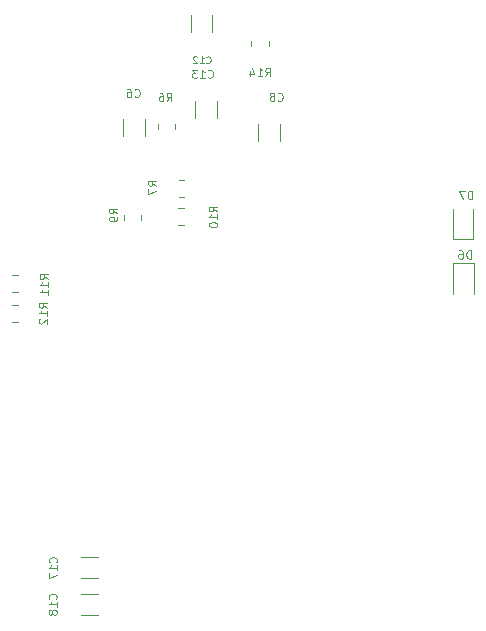
<source format=gbr>
%TF.GenerationSoftware,KiCad,Pcbnew,(6.0.0)*%
%TF.CreationDate,2022-10-28T11:35:46+02:00*%
%TF.ProjectId,INSTR AMP - IDC-SMD v22-10-27,494e5354-5220-4414-9d50-202d20494443,rev?*%
%TF.SameCoordinates,Original*%
%TF.FileFunction,Legend,Bot*%
%TF.FilePolarity,Positive*%
%FSLAX46Y46*%
G04 Gerber Fmt 4.6, Leading zero omitted, Abs format (unit mm)*
G04 Created by KiCad (PCBNEW (6.0.0)) date 2022-10-28 11:35:46*
%MOMM*%
%LPD*%
G01*
G04 APERTURE LIST*
%ADD10C,0.100000*%
%ADD11C,0.080000*%
%ADD12C,0.120000*%
G04 APERTURE END LIST*
D10*
%TO.C,R10*%
X121322266Y-74759400D02*
X120988933Y-74526066D01*
X121322266Y-74359400D02*
X120622266Y-74359400D01*
X120622266Y-74626066D01*
X120655600Y-74692733D01*
X120688933Y-74726066D01*
X120755600Y-74759400D01*
X120855600Y-74759400D01*
X120922266Y-74726066D01*
X120955600Y-74692733D01*
X120988933Y-74626066D01*
X120988933Y-74359400D01*
X121322266Y-75426066D02*
X121322266Y-75026066D01*
X121322266Y-75226066D02*
X120622266Y-75226066D01*
X120722266Y-75159400D01*
X120788933Y-75092733D01*
X120822266Y-75026066D01*
X120622266Y-75859400D02*
X120622266Y-75926066D01*
X120655600Y-75992733D01*
X120688933Y-76026066D01*
X120755600Y-76059400D01*
X120888933Y-76092733D01*
X121055600Y-76092733D01*
X121188933Y-76059400D01*
X121255600Y-76026066D01*
X121288933Y-75992733D01*
X121322266Y-75926066D01*
X121322266Y-75859400D01*
X121288933Y-75792733D01*
X121255600Y-75759400D01*
X121188933Y-75726066D01*
X121055600Y-75692733D01*
X120888933Y-75692733D01*
X120755600Y-75726066D01*
X120688933Y-75759400D01*
X120655600Y-75792733D01*
X120622266Y-75859400D01*
%TO.C,R6*%
X117032866Y-65442266D02*
X117266200Y-65108933D01*
X117432866Y-65442266D02*
X117432866Y-64742266D01*
X117166200Y-64742266D01*
X117099533Y-64775600D01*
X117066200Y-64808933D01*
X117032866Y-64875600D01*
X117032866Y-64975600D01*
X117066200Y-65042266D01*
X117099533Y-65075600D01*
X117166200Y-65108933D01*
X117432866Y-65108933D01*
X116432866Y-64742266D02*
X116566200Y-64742266D01*
X116632866Y-64775600D01*
X116666200Y-64808933D01*
X116732866Y-64908933D01*
X116766200Y-65042266D01*
X116766200Y-65308933D01*
X116732866Y-65375600D01*
X116699533Y-65408933D01*
X116632866Y-65442266D01*
X116499533Y-65442266D01*
X116432866Y-65408933D01*
X116399533Y-65375600D01*
X116366200Y-65308933D01*
X116366200Y-65142266D01*
X116399533Y-65075600D01*
X116432866Y-65042266D01*
X116499533Y-65008933D01*
X116632866Y-65008933D01*
X116699533Y-65042266D01*
X116732866Y-65075600D01*
X116766200Y-65142266D01*
%TO.C,R12*%
X106920466Y-82938200D02*
X106587133Y-82704866D01*
X106920466Y-82538200D02*
X106220466Y-82538200D01*
X106220466Y-82804866D01*
X106253800Y-82871533D01*
X106287133Y-82904866D01*
X106353800Y-82938200D01*
X106453800Y-82938200D01*
X106520466Y-82904866D01*
X106553800Y-82871533D01*
X106587133Y-82804866D01*
X106587133Y-82538200D01*
X106920466Y-83604866D02*
X106920466Y-83204866D01*
X106920466Y-83404866D02*
X106220466Y-83404866D01*
X106320466Y-83338200D01*
X106387133Y-83271533D01*
X106420466Y-83204866D01*
X106287133Y-83871533D02*
X106253800Y-83904866D01*
X106220466Y-83971533D01*
X106220466Y-84138200D01*
X106253800Y-84204866D01*
X106287133Y-84238200D01*
X106353800Y-84271533D01*
X106420466Y-84271533D01*
X106520466Y-84238200D01*
X106920466Y-83838200D01*
X106920466Y-84271533D01*
%TO.C,R14*%
X125392600Y-63334066D02*
X125625933Y-63000733D01*
X125792600Y-63334066D02*
X125792600Y-62634066D01*
X125525933Y-62634066D01*
X125459266Y-62667400D01*
X125425933Y-62700733D01*
X125392600Y-62767400D01*
X125392600Y-62867400D01*
X125425933Y-62934066D01*
X125459266Y-62967400D01*
X125525933Y-63000733D01*
X125792600Y-63000733D01*
X124725933Y-63334066D02*
X125125933Y-63334066D01*
X124925933Y-63334066D02*
X124925933Y-62634066D01*
X124992600Y-62734066D01*
X125059266Y-62800733D01*
X125125933Y-62834066D01*
X124125933Y-62867400D02*
X124125933Y-63334066D01*
X124292600Y-62600733D02*
X124459266Y-63100733D01*
X124025933Y-63100733D01*
%TO.C,C13*%
X120515800Y-63394400D02*
X120549133Y-63427733D01*
X120649133Y-63461066D01*
X120715800Y-63461066D01*
X120815800Y-63427733D01*
X120882466Y-63361066D01*
X120915800Y-63294400D01*
X120949133Y-63161066D01*
X120949133Y-63061066D01*
X120915800Y-62927733D01*
X120882466Y-62861066D01*
X120815800Y-62794400D01*
X120715800Y-62761066D01*
X120649133Y-62761066D01*
X120549133Y-62794400D01*
X120515800Y-62827733D01*
X119849133Y-63461066D02*
X120249133Y-63461066D01*
X120049133Y-63461066D02*
X120049133Y-62761066D01*
X120115800Y-62861066D01*
X120182466Y-62927733D01*
X120249133Y-62961066D01*
X119615800Y-62761066D02*
X119182466Y-62761066D01*
X119415800Y-63027733D01*
X119315800Y-63027733D01*
X119249133Y-63061066D01*
X119215800Y-63094400D01*
X119182466Y-63161066D01*
X119182466Y-63327733D01*
X119215800Y-63394400D01*
X119249133Y-63427733D01*
X119315800Y-63461066D01*
X119515800Y-63461066D01*
X119582466Y-63427733D01*
X119615800Y-63394400D01*
%TO.C,D7*%
X142909066Y-73748066D02*
X142909066Y-73048066D01*
X142742400Y-73048066D01*
X142642400Y-73081400D01*
X142575733Y-73148066D01*
X142542400Y-73214733D01*
X142509066Y-73348066D01*
X142509066Y-73448066D01*
X142542400Y-73581400D01*
X142575733Y-73648066D01*
X142642400Y-73714733D01*
X142742400Y-73748066D01*
X142909066Y-73748066D01*
X142275733Y-73048066D02*
X141809066Y-73048066D01*
X142109066Y-73748066D01*
%TO.C,C17*%
X107692000Y-104477400D02*
X107725333Y-104444066D01*
X107758666Y-104344066D01*
X107758666Y-104277400D01*
X107725333Y-104177400D01*
X107658666Y-104110733D01*
X107592000Y-104077400D01*
X107458666Y-104044066D01*
X107358666Y-104044066D01*
X107225333Y-104077400D01*
X107158666Y-104110733D01*
X107092000Y-104177400D01*
X107058666Y-104277400D01*
X107058666Y-104344066D01*
X107092000Y-104444066D01*
X107125333Y-104477400D01*
X107758666Y-105144066D02*
X107758666Y-104744066D01*
X107758666Y-104944066D02*
X107058666Y-104944066D01*
X107158666Y-104877400D01*
X107225333Y-104810733D01*
X107258666Y-104744066D01*
X107058666Y-105377400D02*
X107058666Y-105844066D01*
X107758666Y-105544066D01*
%TO.C,R7*%
X116166066Y-72603533D02*
X115832733Y-72370200D01*
X116166066Y-72203533D02*
X115466066Y-72203533D01*
X115466066Y-72470200D01*
X115499400Y-72536866D01*
X115532733Y-72570200D01*
X115599400Y-72603533D01*
X115699400Y-72603533D01*
X115766066Y-72570200D01*
X115799400Y-72536866D01*
X115832733Y-72470200D01*
X115832733Y-72203533D01*
X115466066Y-72836866D02*
X115466066Y-73303533D01*
X116166066Y-73003533D01*
%TO.C,R9*%
X112864066Y-74940333D02*
X112530733Y-74707000D01*
X112864066Y-74540333D02*
X112164066Y-74540333D01*
X112164066Y-74807000D01*
X112197400Y-74873666D01*
X112230733Y-74907000D01*
X112297400Y-74940333D01*
X112397400Y-74940333D01*
X112464066Y-74907000D01*
X112497400Y-74873666D01*
X112530733Y-74807000D01*
X112530733Y-74540333D01*
X112864066Y-75273666D02*
X112864066Y-75407000D01*
X112830733Y-75473666D01*
X112797400Y-75507000D01*
X112697400Y-75573666D01*
X112564066Y-75607000D01*
X112297400Y-75607000D01*
X112230733Y-75573666D01*
X112197400Y-75540333D01*
X112164066Y-75473666D01*
X112164066Y-75340333D01*
X112197400Y-75273666D01*
X112230733Y-75240333D01*
X112297400Y-75207000D01*
X112464066Y-75207000D01*
X112530733Y-75240333D01*
X112564066Y-75273666D01*
X112597400Y-75340333D01*
X112597400Y-75473666D01*
X112564066Y-75540333D01*
X112530733Y-75573666D01*
X112464066Y-75607000D01*
%TO.C,C6*%
X114315066Y-65020000D02*
X114348400Y-65053333D01*
X114448400Y-65086666D01*
X114515066Y-65086666D01*
X114615066Y-65053333D01*
X114681733Y-64986666D01*
X114715066Y-64920000D01*
X114748400Y-64786666D01*
X114748400Y-64686666D01*
X114715066Y-64553333D01*
X114681733Y-64486666D01*
X114615066Y-64420000D01*
X114515066Y-64386666D01*
X114448400Y-64386666D01*
X114348400Y-64420000D01*
X114315066Y-64453333D01*
X113715066Y-64386666D02*
X113848400Y-64386666D01*
X113915066Y-64420000D01*
X113948400Y-64453333D01*
X114015066Y-64553333D01*
X114048400Y-64686666D01*
X114048400Y-64953333D01*
X114015066Y-65020000D01*
X113981733Y-65053333D01*
X113915066Y-65086666D01*
X113781733Y-65086666D01*
X113715066Y-65053333D01*
X113681733Y-65020000D01*
X113648400Y-64953333D01*
X113648400Y-64786666D01*
X113681733Y-64720000D01*
X113715066Y-64686666D01*
X113781733Y-64653333D01*
X113915066Y-64653333D01*
X113981733Y-64686666D01*
X114015066Y-64720000D01*
X114048400Y-64786666D01*
%TO.C,R11*%
X106971266Y-80499800D02*
X106637933Y-80266466D01*
X106971266Y-80099800D02*
X106271266Y-80099800D01*
X106271266Y-80366466D01*
X106304600Y-80433133D01*
X106337933Y-80466466D01*
X106404600Y-80499800D01*
X106504600Y-80499800D01*
X106571266Y-80466466D01*
X106604600Y-80433133D01*
X106637933Y-80366466D01*
X106637933Y-80099800D01*
X106971266Y-81166466D02*
X106971266Y-80766466D01*
X106971266Y-80966466D02*
X106271266Y-80966466D01*
X106371266Y-80899800D01*
X106437933Y-80833133D01*
X106471266Y-80766466D01*
X106971266Y-81833133D02*
X106971266Y-81433133D01*
X106971266Y-81633133D02*
X106271266Y-81633133D01*
X106371266Y-81566466D01*
X106437933Y-81499800D01*
X106471266Y-81433133D01*
%TO.C,C18*%
X107666600Y-107576200D02*
X107699933Y-107542866D01*
X107733266Y-107442866D01*
X107733266Y-107376200D01*
X107699933Y-107276200D01*
X107633266Y-107209533D01*
X107566600Y-107176200D01*
X107433266Y-107142866D01*
X107333266Y-107142866D01*
X107199933Y-107176200D01*
X107133266Y-107209533D01*
X107066600Y-107276200D01*
X107033266Y-107376200D01*
X107033266Y-107442866D01*
X107066600Y-107542866D01*
X107099933Y-107576200D01*
X107733266Y-108242866D02*
X107733266Y-107842866D01*
X107733266Y-108042866D02*
X107033266Y-108042866D01*
X107133266Y-107976200D01*
X107199933Y-107909533D01*
X107233266Y-107842866D01*
X107333266Y-108642866D02*
X107299933Y-108576200D01*
X107266600Y-108542866D01*
X107199933Y-108509533D01*
X107166600Y-108509533D01*
X107099933Y-108542866D01*
X107066600Y-108576200D01*
X107033266Y-108642866D01*
X107033266Y-108776200D01*
X107066600Y-108842866D01*
X107099933Y-108876200D01*
X107166600Y-108909533D01*
X107199933Y-108909533D01*
X107266600Y-108876200D01*
X107299933Y-108842866D01*
X107333266Y-108776200D01*
X107333266Y-108642866D01*
X107366600Y-108576200D01*
X107399933Y-108542866D01*
X107466600Y-108509533D01*
X107599933Y-108509533D01*
X107666600Y-108542866D01*
X107699933Y-108576200D01*
X107733266Y-108642866D01*
X107733266Y-108776200D01*
X107699933Y-108842866D01*
X107666600Y-108876200D01*
X107599933Y-108909533D01*
X107466600Y-108909533D01*
X107399933Y-108876200D01*
X107366600Y-108842866D01*
X107333266Y-108776200D01*
%TO.C,C8*%
X126430866Y-65350200D02*
X126464200Y-65383533D01*
X126564200Y-65416866D01*
X126630866Y-65416866D01*
X126730866Y-65383533D01*
X126797533Y-65316866D01*
X126830866Y-65250200D01*
X126864200Y-65116866D01*
X126864200Y-65016866D01*
X126830866Y-64883533D01*
X126797533Y-64816866D01*
X126730866Y-64750200D01*
X126630866Y-64716866D01*
X126564200Y-64716866D01*
X126464200Y-64750200D01*
X126430866Y-64783533D01*
X126030866Y-65016866D02*
X126097533Y-64983533D01*
X126130866Y-64950200D01*
X126164200Y-64883533D01*
X126164200Y-64850200D01*
X126130866Y-64783533D01*
X126097533Y-64750200D01*
X126030866Y-64716866D01*
X125897533Y-64716866D01*
X125830866Y-64750200D01*
X125797533Y-64783533D01*
X125764200Y-64850200D01*
X125764200Y-64883533D01*
X125797533Y-64950200D01*
X125830866Y-64983533D01*
X125897533Y-65016866D01*
X126030866Y-65016866D01*
X126097533Y-65050200D01*
X126130866Y-65083533D01*
X126164200Y-65150200D01*
X126164200Y-65283533D01*
X126130866Y-65350200D01*
X126097533Y-65383533D01*
X126030866Y-65416866D01*
X125897533Y-65416866D01*
X125830866Y-65383533D01*
X125797533Y-65350200D01*
X125764200Y-65283533D01*
X125764200Y-65150200D01*
X125797533Y-65083533D01*
X125830866Y-65050200D01*
X125897533Y-65016866D01*
%TO.C,D6*%
X142807466Y-78777266D02*
X142807466Y-78077266D01*
X142640800Y-78077266D01*
X142540800Y-78110600D01*
X142474133Y-78177266D01*
X142440800Y-78243933D01*
X142407466Y-78377266D01*
X142407466Y-78477266D01*
X142440800Y-78610600D01*
X142474133Y-78677266D01*
X142540800Y-78743933D01*
X142640800Y-78777266D01*
X142807466Y-78777266D01*
X141807466Y-78077266D02*
X141940800Y-78077266D01*
X142007466Y-78110600D01*
X142040800Y-78143933D01*
X142107466Y-78243933D01*
X142140800Y-78377266D01*
X142140800Y-78643933D01*
X142107466Y-78710600D01*
X142074133Y-78743933D01*
X142007466Y-78777266D01*
X141874133Y-78777266D01*
X141807466Y-78743933D01*
X141774133Y-78710600D01*
X141740800Y-78643933D01*
X141740800Y-78477266D01*
X141774133Y-78410600D01*
X141807466Y-78377266D01*
X141874133Y-78343933D01*
X142007466Y-78343933D01*
X142074133Y-78377266D01*
X142107466Y-78410600D01*
X142140800Y-78477266D01*
D11*
%TO.C,C12*%
X120400714Y-62177985D02*
X120429285Y-62206557D01*
X120515000Y-62235128D01*
X120572142Y-62235128D01*
X120657857Y-62206557D01*
X120715000Y-62149414D01*
X120743571Y-62092271D01*
X120772142Y-61977985D01*
X120772142Y-61892271D01*
X120743571Y-61777985D01*
X120715000Y-61720842D01*
X120657857Y-61663700D01*
X120572142Y-61635128D01*
X120515000Y-61635128D01*
X120429285Y-61663700D01*
X120400714Y-61692271D01*
X119829285Y-62235128D02*
X120172142Y-62235128D01*
X120000714Y-62235128D02*
X120000714Y-61635128D01*
X120057857Y-61720842D01*
X120115000Y-61777985D01*
X120172142Y-61806557D01*
X119600714Y-61692271D02*
X119572142Y-61663700D01*
X119515000Y-61635128D01*
X119372142Y-61635128D01*
X119315000Y-61663700D01*
X119286428Y-61692271D01*
X119257857Y-61749414D01*
X119257857Y-61806557D01*
X119286428Y-61892271D01*
X119629285Y-62235128D01*
X119257857Y-62235128D01*
D12*
%TO.C,R10*%
X118035336Y-74449000D02*
X118489464Y-74449000D01*
X118035336Y-75919000D02*
X118489464Y-75919000D01*
%TO.C,R6*%
X117752800Y-67362336D02*
X117752800Y-67816464D01*
X116282800Y-67362336D02*
X116282800Y-67816464D01*
%TO.C,R12*%
X104417864Y-84148600D02*
X103963736Y-84148600D01*
X104417864Y-82678600D02*
X103963736Y-82678600D01*
%TO.C,R14*%
X125677600Y-60351936D02*
X125677600Y-60806064D01*
X124207600Y-60351936D02*
X124207600Y-60806064D01*
%TO.C,C13*%
X121255200Y-65430348D02*
X121255200Y-66852852D01*
X119435200Y-65430348D02*
X119435200Y-66852852D01*
%TO.C,D7*%
X142988400Y-77090400D02*
X141288400Y-77090400D01*
X141288400Y-77090400D02*
X141288400Y-74540400D01*
X142988400Y-77090400D02*
X142988400Y-74540400D01*
%TO.C,C17*%
X111201252Y-104017400D02*
X109778748Y-104017400D01*
X111201252Y-105837400D02*
X109778748Y-105837400D01*
%TO.C,R7*%
X118514864Y-73556800D02*
X118060736Y-73556800D01*
X118514864Y-72086800D02*
X118060736Y-72086800D01*
%TO.C,R9*%
X113387200Y-75512664D02*
X113387200Y-75058536D01*
X114857200Y-75512664D02*
X114857200Y-75058536D01*
%TO.C,C6*%
X115159200Y-66979748D02*
X115159200Y-68402252D01*
X113339200Y-66979748D02*
X113339200Y-68402252D01*
%TO.C,R11*%
X104417864Y-80138600D02*
X103963736Y-80138600D01*
X104417864Y-81608600D02*
X103963736Y-81608600D01*
%TO.C,C18*%
X111201252Y-107141600D02*
X109778748Y-107141600D01*
X111201252Y-108961600D02*
X109778748Y-108961600D01*
%TO.C,C8*%
X126614600Y-68783252D02*
X126614600Y-67360748D01*
X124794600Y-68783252D02*
X124794600Y-67360748D01*
%TO.C,D6*%
X141313800Y-79170400D02*
X143013800Y-79170400D01*
X141313800Y-79170400D02*
X141313800Y-81720400D01*
X143013800Y-79170400D02*
X143013800Y-81720400D01*
%TO.C,C12*%
X119079600Y-58179048D02*
X119079600Y-59601552D01*
X120899600Y-58179048D02*
X120899600Y-59601552D01*
%TD*%
M02*

</source>
